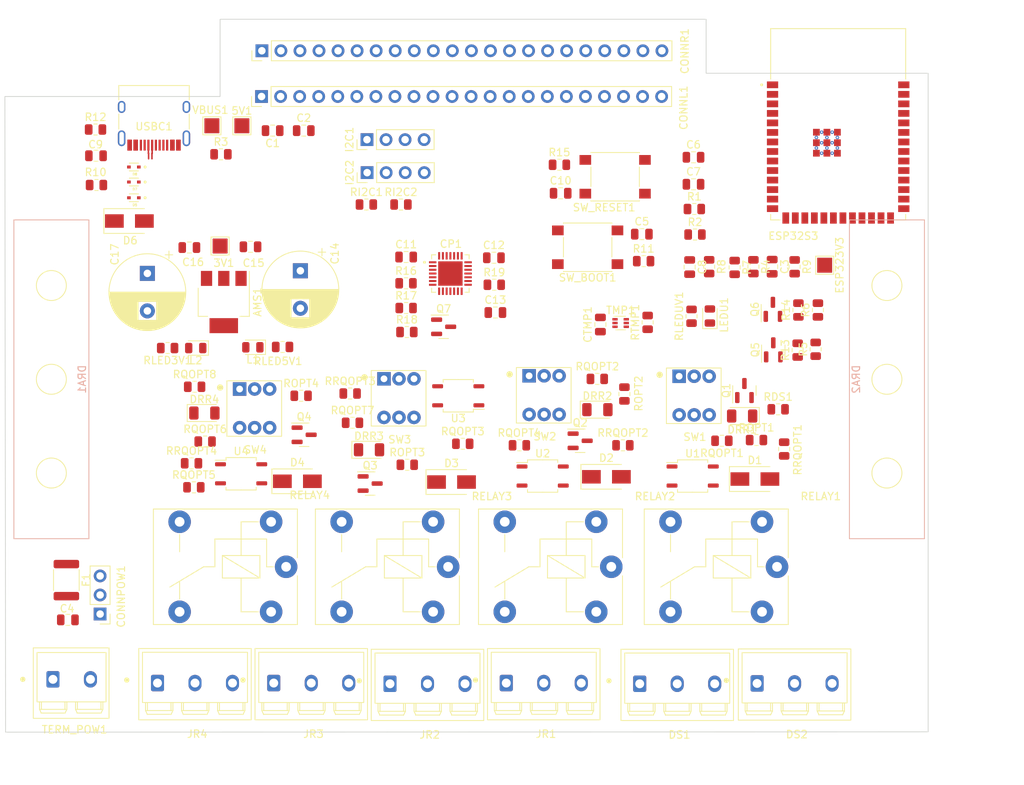
<source format=kicad_pcb>
(kicad_pcb (version 20211014) (generator pcbnew)
  (layers (0 "F.Cu" signal) (1 "In1.Cu" power "3V3.Cu") (2 "In2.Cu" power "GND.Cu") (31 "B.Cu" signal) (34 "B.Paste" user) (35 "F.Paste" user) (36 "B.SilkS" user "B.Silkscreen") (37 "F.SilkS" user "F.Silkscreen") (38 "B.Mask" user) (39 "F.Mask" user) (44 "Edge.Cuts" user))
  (net 0 "")
  (net 1 "GND")
  (net 2 "/5V_USB")
  (net 3 "/5V_WORK")
  (net 4 "/5V_PINS")
  (net 5 "Net-(C5-Pad2)")
  (net 6 "/EN")
  (net 7 "Net-(C10-Pad2)")
  (net 8 "+3.3V")
  (net 9 "Net-(ROPT1-Pad2)")
  (net 10 "Net-(C11-Pad1)")
  (net 11 "/IO4")
  (net 12 "Net-(Q1-Pad1)")
  (net 13 "/IO5")
  (net 14 "/IO6")
  (net 15 "/IO7")
  (net 16 "/IO15")
  (net 17 "/IO16")
  (net 18 "/IO17")
  (net 19 "/IO18")
  (net 20 "/IO8")
  (net 21 "/IO3")
  (net 22 "/IO46")
  (net 23 "/IO9")
  (net 24 "/IO10")
  (net 25 "/IO11")
  (net 26 "/IO12")
  (net 27 "/IO13")
  (net 28 "/IO14")
  (net 29 "Net-(CONNPOW1-Pad2)")
  (net 30 "/RX0")
  (net 31 "/TX0")
  (net 32 "/IO1")
  (net 33 "/IO2")
  (net 34 "/IO42")
  (net 35 "/IO41")
  (net 36 "/IO40")
  (net 37 "/IO39")
  (net 38 "/IO38")
  (net 39 "/IO0_CON")
  (net 40 "/IO45")
  (net 41 "/IO48")
  (net 42 "/IO47")
  (net 43 "/IO21")
  (net 44 "/IO20")
  (net 45 "/IO19")
  (net 48 "/USBC_CP2102/USB_P")
  (net 49 "/USBC_CP2102/USB_N")
  (net 50 "Net-(CP1-Pad9)")
  (net 52 "Net-(CP1-Pad11)")
  (net 60 "Net-(CP1-Pad19)")
  (net 65 "/USBC_CP2102/RTS")
  (net 66 "/CP2102_RX")
  (net 67 "/CP2102_TX")
  (net 69 "/USBC_CP2102/DTR")
  (net 70 "Net-(D1-Pad2)")
  (net 71 "Net-(D2-Pad2)")
  (net 72 "Net-(D3-Pad2)")
  (net 73 "Net-(D4-Pad2)")
  (net 74 "/USBC_CP2102/VBUS")
  (net 75 "Net-(DRR1-Pad1)")
  (net 76 "Net-(DRR2-Pad1)")
  (net 77 "Net-(DRR3-Pad1)")
  (net 78 "Net-(DRR4-Pad1)")
  (net 79 "/ESP32_3V3")
  (net 80 "/IO0")
  (net 81 "/IO35")
  (net 82 "/IO36")
  (net 83 "/IO37")
  (net 84 "Net-(JR1-Pad1)")
  (net 87 "Net-(JR1-Pad2)")
  (net 88 "Net-(JR1-Pad3)")
  (net 89 "Net-(JR2-Pad1)")
  (net 90 "Net-(JR2-Pad2)")
  (net 91 "Net-(JR2-Pad3)")
  (net 92 "Net-(JR3-Pad1)")
  (net 93 "Net-(JR3-Pad2)")
  (net 94 "Net-(JR3-Pad3)")
  (net 95 "Net-(JR4-Pad1)")
  (net 96 "Net-(JR4-Pad2)")
  (net 97 "Net-(JR4-Pad3)")
  (net 98 "Net-(L1-Pad2)")
  (net 99 "Net-(L2-Pad2)")
  (net 100 "Net-(LEDU1-Pad2)")
  (net 101 "Net-(Q2-Pad1)")
  (net 102 "Net-(Q3-Pad1)")
  (net 103 "Net-(Q4-Pad1)")
  (net 104 "Net-(Q5-Pad1)")
  (net 105 "Net-(Q5-Pad3)")
  (net 106 "Net-(Q6-Pad1)")
  (net 107 "Net-(Q6-Pad3)")
  (net 108 "/IO0_BTN")
  (net 109 "Net-(R3-Pad1)")
  (net 110 "Net-(R10-Pad1)")
  (net 111 "Net-(R12-Pad1)")
  (net 112 "Net-(ROPT2-Pad2)")
  (net 113 "Net-(ROPT3-Pad2)")
  (net 114 "Net-(ROPT4-Pad2)")
  (net 115 "Net-(RQOPT1-Pad2)")
  (net 116 "Net-(RQOPT3-Pad2)")
  (net 117 "Net-(RQOPT5-Pad2)")
  (net 118 "Net-(RQOPT6-Pad2)")
  (net 119 "Net-(RTMP1-Pad1)")
  (footprint "Package_TO_SOT_SMD:SOT-223-3_TabPin2" (layer "F.Cu") (at 123.1875 88.1 -90)
    (fp_text reference "AMS1")
    (fp_text value "AMS1117-3.3")
  )
  (footprint "Package_SO:SOP-4_3.8x4.1mm_P2.54mm" (layer "F.Cu") (at 185.7 111.3)
    (fp_text reference "U1")
    (fp_text value "PC817")
  )
  (footprint "Package_TO_SOT_SMD:SOT-23" (layer "F.Cu") (at 170.7 106.6)
    (fp_text reference "Q2")
    (fp_text value "L8050QLT1G")
  )
  (footprint "TestPoint:TestPoint_Pad_2.0x2.0mm" (layer "F.Cu") (at 121.6 64.6)
    (fp_text reference "VBUS1")
    (fp_text value "TestPoint")
  )
  (footprint "Package_TO_SOT_SMD:SOT-23" (layer "F.Cu") (at 133.9 105.8)
    (fp_text reference "Q4")
    (fp_text value "L8050QLT1G")
  )
  (footprint "Screw-3-pin:switch-dpdt" (layer "F.Cu") (at 165.997778 106.5375)
    (fp_text reference "SW2")
    (fp_text value "SW_Push_DPDT")
  )
  (footprint "Resistor_SMD:R_0805_2012Metric" (layer "F.Cu") (at 155.05 107)
    (fp_text reference "RQOPT3")
    (fp_text value "1K")
  )
  (footprint "Resistor_SMD:R_0805_2012Metric" (layer "F.Cu") (at 147.6 92.1)
    (fp_text reference "R18")
    (fp_text value "1K")
  )
  (footprint "Connector_PinHeader_2.54mm:PinHeader_1x04_P2.54mm_Vertical" (layer "F.Cu") (at 142.28 66.45 90)
    (fp_text reference "I2C1")
    (fp_text value "Conn_01x04_Male")
  )
  (footprint "Package_TO_SOT_SMD:SOT-23" (layer "F.Cu") (at 152.5 91.4)
    (fp_text reference "Q7")
    (fp_text value "2N7002")
  )
  (footprint "Resistor_SMD:R_0805_2012Metric" (layer "F.Cu") (at 193.8 83.3875 -90)
    (fp_text reference "R4")
    (fp_text value "10K")
  )
  (footprint "Relay-SRD-05VDC-SL-C:Relay_T75" (layer "F.Cu") (at 174.85 123.4 180)
    (fp_text reference "RELAY2")
    (fp_text value "SRD-05VDC-SL-C")
  )
  (footprint "LED_SMD:LED_0805_2012Metric" (layer "F.Cu") (at 127.0625 94.135354 180)
    (fp_text reference "L1")
    (fp_text value "LED")
  )
  (footprint "MountingHole:MountingHole_3.2mm_M3_DIN965" (layer "F.Cu") (at 211.85 140.15)
    (fp_text reference "H1" hide)
    (fp_text value "MountingHole")
  )
  (footprint "Connector_PinHeader_2.54mm:PinHeader_1x04_P2.54mm_Vertical" (layer "F.Cu") (at 142.3 70.85 90)
    (fp_text reference "I2C2")
    (fp_text value "Conn_01x04_Male")
  )
  (footprint "LED_SMD:LED_1206_3216Metric" (layer "F.Cu") (at 173 102.45)
    (fp_text reference "DRR2")
    (fp_text value "LED")
  )
  (footprint "Diode_SMD:D_SMA" (layer "F.Cu") (at 194 111.7)
    (fp_text reference "D1")
    (fp_text value "1N4007")
  )
  (footprint "Resistor_SMD:R_0805_2012Metric" (layer "F.Cu") (at 142.2 75.1)
    (fp_text reference "RI2C1")
    (fp_text value "4K7")
  )
  (footprint "Resistor_SMD:R_0805_2012Metric" (layer "F.Cu") (at 189.6 106.6 180)
    (fp_text reference "RQOPT1")
    (fp_text value "1K")
  )
  (footprint "Connector_USB:USB_C_Receptacle_HRO_TYPE-C-31-M-12" (layer "F.Cu") (at 113.8875 63.14 180)
    (fp_text reference "USBC1")
    (fp_text value "USB_C_Receptacle_USB2.0")
  )
  (footprint "Resistor_SMD:R_0805_2012Metric" (layer "F.Cu") (at 147.65 109.8)
    (fp_text reference "ROPT3")
    (fp_text value "330R")
  )
  (footprint "Package_SO:SOP-4_3.8x4.1mm_P2.54mm" (layer "F.Cu") (at 154.45 100.6 180)
    (fp_text reference "U3")
    (fp_text value "PC817")
  )
  (footprint "Package_TO_SOT_SMD:SOT-23" (layer "F.Cu") (at 192.6 99.9 90)
    (fp_text reference "Q1")
    (fp_text value "L8050QLT1G")
  )
  (footprint "LED_SMD:LED_1206_3216Metric" (layer "F.Cu") (at 120.6 102.9)
    (fp_text reference "DRR4")
    (fp_text value "LED")
  )
  (footprint "Resistor_SMD:R_0805_2012Metric" (layer "F.Cu") (at 133.5 100.6)
    (fp_text reference "ROPT4")
    (fp_text value "330R")
  )
  (footprint "TestPoint:TestPoint_Pad_2.0x2.0mm" (layer "F.Cu") (at 203.3 83.1925 -90)
    (fp_text reference "ESP323V3")
    (fp_text value "TestPoint")
  )
  (footprint "Resistor_SMD:R_0805_2012Metric" (layer "F.Cu") (at 140.35 104.2)
    (fp_text reference "RQOPT7")
    (fp_text value "2K2")
  )
  (footprint "Package_TO_SOT_SMD:SOT-23" (layer "F.Cu") (at 196.45 94.475 90)
    (fp_text reference "Q5")
    (fp_text value "L8050QLT1G")
  )
  (footprint "Resistor_SMD:R_0805_2012Metric" (layer "F.Cu") (at 122.8125 68.4)
    (fp_text reference "R3")
    (fp_text value "1M")
  )
  (footprint "Resistor_SMD:R_0805_2012Metric" (layer "F.Cu") (at 176.4 107.2)
    (fp_text reference "RRQOPT2")
    (fp_text value "10K")
  )
  (footprint "Capacitor_SMD:C_0805_2012Metric" (layer "F.Cu") (at 118.6 80.835354 180)
    (fp_text reference "C16")
    (fp_text value "100nF")
  )
  (footprint "Screw-3-pin:Screw-3-pin-conn" (layer "F.Cu") (at 134.85 144.8)
    (fp_text reference "JR3")
    (fp_text value "Screw_Terminal_01x03")
  )
  (footprint "Capacitor_SMD:C_0805_2012Metric" (layer "F.Cu") (at 102.4 130.475 180)
    (fp_text reference "C4")
    (fp_text value "100 nF")
  )
  (footprint "Resistor_SMD:R_0805_2012Metric" (layer "F.Cu") (at 185.925 75.7)
    (fp_text reference "R1")
    (fp_text value "22R")
  )
  (footprint "Resistor_SMD:R_0805_2012Metric" (layer "F.Cu") (at 191.3 83.4875 -90)
    (fp_text reference "R7")
    (fp_text value "0R")
  )
  (footprint "MountingEquipment:DINRailAdapter_3xM3_PhoenixContact_1201578" (layer "F.Cu") (at 100.2 98.4 90)
    (fp_text reference "DRA1")
    (fp_text value "DIN_Rail_Adapter")
  )
  (footprint "Relay-SRD-05VDC-SL-C:Relay_T75" (layer "F.Cu") (at 153.1 123.4 180)
    (fp_text reference "RELAY3")
    (fp_text value "SRD-05VDC-SL-C")
  )
  (footprint "Capacitor_SMD:C_0805_2012Metric" (layer "F.Cu") (at 168.1 73.6)
    (fp_text reference "C10")
    (fp_text value "100 nF")
  )
  (footprint "Resistor_SMD:R_0805_2012Metric" (layer "F.Cu") (at 199.3 83.4 -90)
    (fp_text reference "R9")
    (fp_text value "0R")
  )
  (footprint "TestPoint:TestPoint_Pad_2.0x2.0mm" (layer "F.Cu") (at 125.6 64.6)
    (fp_text reference "5V1")
    (fp_text value "TestPoint")
  )
  (footprint "LED_SMD:LED_0805_2012Metric" (layer "F.Cu") (at 119.45 94.235354 180)
    (fp_text reference "L2")
    (fp_text value "LED")
  )
  (footprint "Resistor_SMD:R_0805_2012Metric" (layer "F.Cu") (at 120.7 106.7)
    (fp_text reference "RQOPT6")
    (fp_text value "1K")
  )
  (footprint "Diode_SMD:D_SMA" (layer "F.Cu") (at 133 112)
    (fp_text reference "D4")
    (fp_text value "1N4007")
  )
  (footprint "Resistor_SMD:R_0805_2012Metric" (layer "F.Cu") (at 176.6 100.3625 90)
    (fp_text reference "ROPT2")
    (fp_text value "330R")
  )
  (footprint "Package_TO_SOT_SMD:SOT-23" (layer "F.Cu") (at 196.4 89.075 90)
    (fp_text reference "Q6")
    (fp_text value "L8050QLT1G")
  )
  (footprint "Resistor_SMD:R_0805_2012Metric" (layer "F.Cu") (at 140.0375 100.3)
    (fp_text reference "RRQOPT3")
    (fp_text value "10K")
  )
  (footprint "Capacitor_SMD:C_0805_2012Metric" (layer "F.Cu") (at 185.8125 68.8)
    (fp_text reference "C6")
    (fp_text value "1uF")
  )
  (footprint "Resistor_SMD:R_0805_2012Metric" (layer "F.Cu") (at 185.5525 90 90)
    (fp_text reference "RLEDUV1")
    (fp_text value "5K1")
  )
  (footprint "Screw-3-pin:switch-dpdt" (layer "F.Cu") (at 127.4 108.3)
    (fp_text reference "SW4")
    (fp_text value "SW_Push_DPDT")
  )
  (footprint "Resistor_SMD:R_0805_2012Metric" (layer "F.Cu") (at 147.4875 85.6)
    (fp_text reference "R16")
    (fp_text value "22.1K")
  )
  (footprint "Resistor_SMD:R_0805_2012Metric" (layer "F.Cu") (at 159.25 85.8)
    (fp_text reference "R19")
    (fp_text value "10K")
  )
  (footprint "Capacitor_SMD:C_0805_2012Metric" (layer "F.Cu") (at 159.4 89.5)
    (fp_text reference "C13")
    (fp_text value "10uF")
  )
  (footprint "LESD5D5:TVS_LESD5D5.0CT1G" (layer "F.Cu") (at 111.2 74.2 180)
    (fp_text reference "D5")
    (fp_text value "LESD5D5.0CT1G")
  )
  (footprint "Relay-SRD-05VDC-SL-C:Relay_T75" (layer "F.Cu") (at 131.5 123.4 180)
    (fp_text reference "RELAY4")
    (fp_text value "SRD-05VDC-SL-C")
  )
  (footprint "Screw-3-pin:Screw-2-pin-conn" (layer "F.Cu") (at 103.291422 145.605)
    (fp_text reference "TERM_POW1")
    (fp_text value "Screw_Terminal_01x02")
  )
  (footprint "Resistor_SMD:R_0805_2012Metric" (layer "F.Cu") (at 197.1 102.4)
    (fp_text reference "RDS1")
    (fp_text value "4K7")
  )
  (footprint "Package_TO_SOT_SMD:SOT-563" (layer "F.Cu") (at 176.1 90.9)
    (fp_text reference "TMP1")
    (fp_text value "TMP102xxDRL")
  )
  (footprint "Resistor_SMD:R_0805_2012Metric" (layer "F.Cu") (at 131.025 94.088385 180)
    (fp_text reference "RLED5V1")
    (fp_text value "5K1")
  )
  (footprint "Capacitor_SMD:C_0805_2012Metric" (layer "F.Cu") (at 196.3 83.3875 -90)
    (fp_text reference "C3")
    (fp_text value "100 nF")
  )
  (footprint "Screw-3-pin:Screw-3-pin-conn" (layer "F.Cu") (at 150.35 144.9)
    (fp_text reference "JR2")
    (fp_text value "Screw_Terminal_01x03")
  )
  (footprint "Resistor_SMD:R_0805_2012Metric" (layer "F.Cu") (at 172.9875 98.35)
    (fp_text reference "RQOPT2")
    (fp_text value "2K2")
  )
  (footprint "Resistor_SMD:R_0805_2012Metric" (layer "F.Cu") (at 106.0875 65.1)
    (fp_text reference "R12")
    (fp_text value "1M")
  )
  (footprint "Capacitor_SMD:C_0805_2012Metric" (layer "F.Cu") (at 133.85 65.25)
    (fp_text reference "C2")
    (fp_text value "100 nF")
  )
  (footprint "Resistor_SMD:R_0805_2012Metric" (layer "F.Cu") (at 202.1 94.4 90)
    (fp_text reference "R5")
    (fp_text value "10K")
  )
  (footprint "Capacitor_SMD:C_0805_2012Metric" (layer "F.Cu") (at 159.2 82.2)
    (fp_text reference "C12")
    (fp_text value "100nF")
  )
  (footprint "Resistor_SMD:R_0805_2012Metric" (layer "F.Cu") (at 146.8125 75.1)
    (fp_text reference "RI2C2")
    (fp_text value "4K7")
  )
  (footprint "Capacitor_THT:CP_Radial_D10.0mm_P5.00mm" (layer "F.Cu") (at 113 84.282323 -90)
    (fp_text reference "C17")
    (fp_text value "10 uF")
  )
  (footprint "Package_TO_SOT_SMD:SOT-23" (layer "F.Cu") (at 142.7 112.3)
    (fp_text reference "Q3")
    (fp_text value "L8050QLT1G")
  )
  (footprint "Capacitor_SMD:C_0805_2012Metric" (layer "F.Cu") (at 126.75 80.735354 180)
    (fp_text reference "C15")
    (fp_text value "100nF")
  )
  (footprint "LED_SMD:LED_1206_3216Metric" (layer "F.Cu") (at 142.55 107.8)
    (fp_text reference "DRR3")
    (fp_text value "LED")
  )
  (footprint "Screw-3-pin:Screw-3-pin-conn" (layer "F.Cu") (at 165.85 144.8)
    (fp_text reference "JR1")
    (fp_text value "Screw_Terminal_01x03")
  )
  (footprint "Capacitor_SMD:C_0805_2012Metric" (layer "F.Cu") (at 185.8125 72.4)
    (fp_text reference "C7")
    (fp_text value "100nF")
  )
  (footprint "CP2102N-A02-GQFN28:QFN50P500X500X80-29N" (layer "F.Cu") (at 153.4 84.3)
    (fp_text reference "CP1")
    (fp_text value "CP2102N-A02-GQFN28")
  )
  (footprint "Resistor_SMD:R_0805_2012Metric" (layer "F.Cu") (at 186.0125 79.1)
    (fp_text reference "R2")
    (fp_text value "22R")
  )
  (footprint "Resistor_SMD:R_0805_2012Metric" (layer "F.Cu") (at 167.9375 69.8)
    (fp_text reference "R15")
    (fp_text value "0R")
  )
  (footprint "Capacitor_SMD:C_0805_2012Metric" (layer "F.Cu") (at 147.5 82.1)
    (fp_text reference "C11")
    (fp_text value "10uF")
  )
  (footprint "Resistor_SMD:R_0805_2012Metric" (layer "F.Cu") (at 119.2 112.8)
    (fp_text reference "RQOPT5")
    (fp_text value "1K")
  )
  (footprint "Screw-3-pin:Screw-3-pin-conn" (layer "F.Cu") (at 199.291422 144.85)
    (fp_text reference "DS2")
    (fp_text value "Screw_Terminal_01x03")
  )
  (footprint "Capacitor_SMD:C_0805_2012Metric" (layer "F.Cu") (at 106.15 68.6)
    (fp_text reference "C9")
    (fp_text value "10uF")
  )
  (footprint "Resistor_SMD:R_0805_2012Metric" (layer "F.Cu") (at 115.7 94.235354 180)
    (fp_text reference "RLED3V1")
    (fp_text value "5K1")
  )
  (footprint "Resistor_SMD:R_0805_2012Metric" (layer "F.Cu") (at 147.5 88.9)
    (fp_text reference "R17")
    (fp_text value "47.5K")
  )
  (footprint "Screw-3-pin:switch-dpdt" (layer "F.Cu") (at 146.647778 106.9375)
    (fp_text reference "SW3")
    (fp_text value "SW_Push_DPDT")
  )
  (footprint "Resistor_SMD:R_0805_2012Metric" (layer "F.Cu") (at 199.7 94.5125 90)
    (fp_text reference "R13")
    (fp_text value "0R")
  )
  (footprint "Diode_SMD:D_SMA" (layer "F.Cu") (at 174.2 111.4)
    (fp_text reference "D2")
    (fp_text value "1N4007")
  )
  (footprint "TestPoint:TestPoint_Pad_2.0x2.0mm" (layer "F.Cu") (at 122.7 80.635354 180)
    (fp_text reference "3V1")
    (fp_text value "TestPoint")
  )
  (footprint "Resistor_SMD:R_0805_2012Metric" (layer "F.Cu") (at 179.7 90.8125 90)
    (fp_text reference "RTMP1")
    (fp_text value "4K7")
  )
  (footprint "Fuse:Fuse_1812_4532Metric" (layer "F.Cu") (at 102.2 125.175 -90)
    (fp_text reference "F1")
    (fp_text value "Polyfuse")
  )
  (footprint "MountingHole:MountingHole_3.2mm_M3_DIN965" (layer "F.Cu") (at 98.6 65.5)
    (fp_text reference "H2" hide)
    (fp_text value "MountingHole")
  )
  (footprint "Screw-3-pin:Screw-3-pin-conn" (layer "F.Cu") (at 119.35 144.8)
    (fp_text reference "JR4")
    (fp_text value "Screw_Terminal_01x03")
  )
  (footprint "Connector_PinHeader_2.54mm:PinHeader_1x03_P2.54mm_Vertical" (layer "F.Cu") (at 106.7 129.7 180)
    (fp_text reference "CONNPOW1")
    (fp_text value "Conn_01x03_Male")
  )
  (footprint "Package_SO:SOP-4_3.8x4.1mm_P2.54mm" (layer "F.Cu") (at 125.5 111)
    (fp_text reference "U4")
    (fp_text value "PC817")
  )
  (footprint "Connector_PinHeader_2.54mm:PinHeader_1x22_P2.54mm_Vertical" (layer "F.Cu") (at 128.225 60.7 90)
    (fp_text reference "CONNL1")
    (fp_text value "Conn_01x22_Male")
  )
  (footprint "Capacitor_THT:CP_Radial_D10.0mm_P5.00mm" (layer "F.Cu") (at 133.4 83.932323 -90)
    (fp_text reference "C14")
    (fp_text value "10uF")
  )
  (footprint "LESD5D5:TVS_LESD5D5.0CT1G" (layer "F.Cu") (at 111.2 72.1 180)
    (fp_text reference "D7")
    (fp_text value "LESD5D5.0CT1G")
  )
  (footprint "Relay-SRD-05VDC-SL-C:Relay_T75" (layer "F.Cu") (at 196.95 123.4 180)
    (fp_text reference "RELAY1")
    (fp_text value "SRD-05VDC-SL-C")
  )
  (footprint "ESP32-S3-WROOM-1-N8R2:XCVR_ESP32-S3-WROOM-1-N8R2" (layer "F.Cu") (at 205.1 64.4)
    (fp_text reference "ESP32S3")
    (fp_text value "ESP32-S3-WROOM-1-N8R2")
  )
  (footprint "Resistor_SMD:R_0805_2012Metric" (layer "F.Cu") (at 179.1625 82.65)
    (fp_text reference "R11")
    (fp_text value "0R")
  )
  (footprint "Diode_SMD:D_SMA" (layer "F.Cu") (at 153.55 112.1)
    (fp_text reference "D3")
    (fp_text value "1N4007")
  )
  (footprint "MountingEquipment:DINRailAdapter_3xM3_PhoenixContact_1201578" (layer "F.Cu") (at 211.6 98.4 90)
    (fp_text reference "DRA2")
    (fp_text value "DIN_Rail_Adapter")
  )
  (footprint "Capacitor_SMD:C_0805_2012Metric" (layer "F.Cu") (at 185.3 83.4375 -90)
    (fp_text reference "C8")
    (fp_text value "22uF")
  )
  (footprint "Resistor_SMD:R_0805_2012Metric" (layer "F.Cu") (at 202.4 89.1625 90)
    (fp_text reference "R6")
    (fp_text value "10K")
  )
  (footprint "Capacitor_SMD:C_0805_2012Metric" (layer "F.Cu") (at 129.7 65.25 180)
    (fp_text reference "C1")
    (fp_text value "100 nF")
  )
  (footprint "Resistor_SMD:R_0805_2012Metric" (layer "F.Cu") (at 187.9 83.3875 -90)
    (fp_text reference "R8")
    (fp_text value "0R")
  )
  (footprint "Screw-3-pin:Screw-3-pin-conn" (layer "F.Cu") (at 183.641422 144.9)
    (fp_text reference "DS1")
    (fp_text value "Screw_Terminal_01x03")
  )
  (footprint "Package_SO:SOP-4_3.8x4.1mm_P2.54mm" (layer "F.Cu") (at 165.7 111.3)
    (fp_text reference "U2")
    (fp_text value "PC817")
  )
  (footprint "Button_Switch_SMD:SW_Push_1P1T_NO_6x6mm_H9.5mm" (layer "F.Cu") (at 175.365 71.4 180)
    (fp_text reference "SW_RESET1")
    (fp_text value "SW_MEC_5E")
  )
  (footprint "Resistor_SMD:R_0805_2012Metric" (layer "F.Cu") (at 199.8 89.1625 90)
    (fp_text reference "R14")
    (fp_text value "0R")
  )
  (footprint "Connector_PinHeader_2.54mm:PinHeader_1x22_P2.54mm_Vertical" (layer "F.Cu") (at 128.265 54.6 90)
    (fp_text reference "CONNR1")
    (fp_text value "Conn_01x22_Male")
  )
  (footprint "Diode_SMD:D_SMA" (layer "F.Cu") (at 110.6 77.3)
    (fp_text reference "D6")
    (fp_text value "1N5819")
  )
  (footprint "Capacitor_SMD:C_0805_2012Metric" (layer "F.Cu") (at 178.925 79.05)
    (fp_text reference "C5")
    (fp_text value "100 nF")
  )
  (footprint "Resistor_SMD:R_0805_2012Metric" (layer "F.Cu") (at 194.2125 106.5)
    (fp_text reference "ROPT1")
    (fp_text value "330R")
  )
  (footprint "Button_Switch_SMD:SW_Push_1P1T_NO_6x6mm_H9.5mm" (layer "F.Cu") (at 171.7 80.8 180)
    (fp_text reference "SW_BOOT1")
    (fp_text value "SW_MEC_5E")
  )
  (footprint "LESD5D5:TVS_LESD5D5.0CT1G" (layer "F.Cu") (at 111.2 70.1 180)
    (fp_text reference "D8")
    (fp_text value "LESD5D5.0CT1G")
  )
  (footprint "LED_SMD:LED_1206_3216Metric" (layer "F.Cu") (at 192.3 103.3 180)
    (fp_text reference "DRR1")
    (fp_text value "LED")
  )
  (footprint "Resistor_SMD:R_0805_2012Metric" (layer "F.Cu") (at 119.3 99.4)
    (fp_text reference "RQOPT8")
    (fp_text value "2K2")
  )
  (footprint "Resistor_SMD:R_0805_2012Metric" (layer "F.Cu") (at 118.8875 109.6)
    (fp_text reference "RRQOPT4")
    (fp_text value "10K")
  )
  (footprint "Resistor_SMD:R_0805_2012Metric" (layer "F.Cu") (at 106.2125 72.5)
    (fp_text reference "R10")
    (fp_text value "1M")
  )
  (footprint "Resistor_SMD:R_0805_2012Metric" (layer "F.Cu") (at 197.9 107.7 90)
    (fp_text reference "RRQOPT1")
    (fp_text value "10K")
  )
  (footprint "Screw-3-pin:switch-dpdt" (layer "F.Cu") (at 186 106.6)
    (fp_text reference "SW1")
    (fp_text value "SW_Push_DPDT")
  )
  (footprint "LED_SMD:LED_0805_2012Metric" (layer "F.Cu") (at 188 89.9625 90)
    (fp_text reference "LEDU1")
    (fp_text value "LED")
  )
  (footprint "Resistor_SMD:R_0805_2012Metric" (layer "F.Cu") (at 162.6 107.2)
    (fp_text reference "RQOPT4")
    (fp_text value "2K2")
  )
  (footprint "Capacitor_SMD:C_0805_2012Metric" (layer "F.Cu") (at 173.4 91.1 90)
    (fp_text reference "CTMP1")
    (fp_text value "100 nF")
  )
  (gr_poly (pts (xy 187.499984 57.6) (xy 217.1 57.6) (xy 217.1 145.4) (xy 94.099984 145.45) (xy 94 60.7) (xy 122.7 60.7) (xy 122.7 50.4) (xy 187.499984 50.4)) (layer "Edge.Cuts") (width 0.1) (fill none))
  (segment (start 113.1375 67.185) (end 113.1375 68.272501) (width 0.2) (layer "F.Cu") (net 48))
  (segment (start 113.1375 67.185) (end 113.162499 67.209999) (width 0.2) (layer "F.Cu") (net 48))
  (segment (start 113.1625 68.297501) (end 113.1625 69) (width 0.2) (layer "F.Cu") (net 48))
  (segment (start 113.1375 68.272501) (end 113.1625 68.297501) (width 0.2) (layer "F.Cu") (net 48))
  (segment (start 113.162499 67.209999) (end 113.1625 67.4) (width 0.2) (layer "F.Cu") (net 48))
  (segment (start 113.6125 68.297501) (end 113.6125 69) (width 0.2) (layer "F.Cu") (net 49))
  (segment (start 113.612501 67.209999) (end 113.6125 67.4) (width 0.2) (layer "F.Cu") (net 49))
  (segment (start 113.6375 67.185) (end 113.612501 67.209999) (width 0.2) (layer "F.Cu") (net 49))
  (segment (start 113.6375 67.185) (end 113.6375 68.272501) (width 0.2) (layer "F.Cu") (net 49))
  (segment (start 113.6375 68.272501) (end 113.6125 68.297501) (width 0.2) (layer "F.Cu") (net 49))
)
</source>
